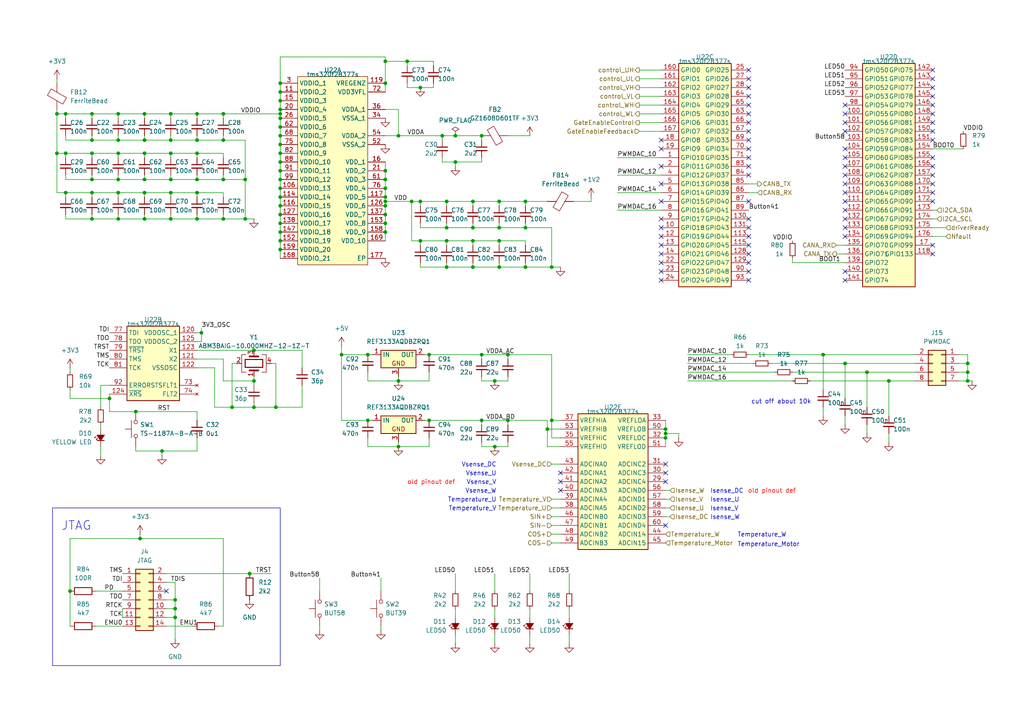
<source format=kicad_sch>
(kicad_sch (version 20231120) (generator "eeschema") (generator_version "8.0")
  (paper "A4")
  (title_block (title "INV_MainBoard_TI") (date "2025-02-28") (rev "1.3") (company "NTURacing Team") (comment 1 "郭哲明 Jack Kuo") (comment 2 "Powertrain Group"))
  (junction (at 81.28 69.85))
  (junction (at 111.76 59.69))
  (junction (at 49.53 33.02))
  (junction (at 124.46 102.87))
  (junction (at 41.91 44.45))
  (junction (at 64.77 52.07))
  (junction (at 129.54 77.47))
  (junction (at 81.28 72.39))
  (junction (at 152.4 77.47))
  (junction (at 132.08 46.99))
  (junction (at 81.28 49.53))
  (junction (at 64.77 63.5))
  (junction (at 139.7 102.87))
  (junction (at 160.02 121.92))
  (junction (at 34.29 55.88))
  (junction (at 19.05 55.88))
  (junction (at 111.76 67.31))
  (junction (at 137.16 69.85))
  (junction (at 128.27 39.37))
  (junction (at 26.67 33.02))
  (junction (at 64.77 40.64))
  (junction (at 280.67 105.41))
  (junction (at 137.16 66.04))
  (junction (at 111.76 64.77))
  (junction (at 257.81 110.49))
  (junction (at 124.46 121.92))
  (junction (at 73.66 110.49))
  (junction (at 121.92 69.85))
  (junction (at 41.91 33.02))
  (junction (at 41.91 63.5))
  (junction (at 50.8 176.53))
  (junction (at 99.06 102.87))
  (junction (at 111.76 52.07))
  (junction (at 81.28 59.69))
  (junction (at 111.76 17.78))
  (junction (at 26.67 52.07))
  (junction (at 137.16 58.42))
  (junction (at 49.53 63.5))
  (junction (at 111.76 49.53))
  (junction (at 26.67 55.88))
  (junction (at 81.28 26.67))
  (junction (at 111.76 54.61))
  (junction (at 143.51 110.49))
  (junction (at 49.53 40.64))
  (junction (at 280.67 110.49))
  (junction (at 34.29 33.02))
  (junction (at 245.11 105.41))
  (junction (at 26.67 44.45))
  (junction (at 111.76 58.42))
  (junction (at 137.16 77.47))
  (junction (at 152.4 58.42))
  (junction (at 129.54 69.85))
  (junction (at 41.91 40.64))
  (junction (at 40.64 156.21))
  (junction (at 144.78 66.04))
  (junction (at 118.11 17.78))
  (junction (at 193.04 124.46))
  (junction (at 81.28 44.45))
  (junction (at 57.15 44.45))
  (junction (at 111.76 62.23))
  (junction (at 81.28 64.77))
  (junction (at 129.54 58.42))
  (junction (at 81.28 41.91))
  (junction (at 57.15 40.64))
  (junction (at 81.28 34.29))
  (junction (at 81.28 29.21))
  (junction (at 57.15 52.07))
  (junction (at 132.08 39.37))
  (junction (at 81.28 36.83))
  (junction (at 129.54 66.04))
  (junction (at 106.68 102.87))
  (junction (at 39.37 119.38))
  (junction (at 115.57 129.54))
  (junction (at 115.57 39.37))
  (junction (at 119.38 58.42))
  (junction (at 71.12 63.5))
  (junction (at 26.67 63.5))
  (junction (at 20.32 171.45))
  (junction (at 143.51 129.54))
  (junction (at 81.28 54.61))
  (junction (at 160.02 77.47))
  (junction (at 19.05 33.02))
  (junction (at 81.28 39.37))
  (junction (at 73.66 118.11))
  (junction (at 106.68 121.92))
  (junction (at 34.29 44.45))
  (junction (at 71.12 52.07))
  (junction (at 34.29 52.07))
  (junction (at 144.78 77.47))
  (junction (at 34.29 63.5))
  (junction (at 152.4 66.04))
  (junction (at 193.04 125.73))
  (junction (at 147.32 102.87))
  (junction (at 280.67 107.95))
  (junction (at 81.28 62.23))
  (junction (at 41.91 55.88))
  (junction (at 193.04 127))
  (junction (at 139.7 121.92))
  (junction (at 49.53 55.88))
  (junction (at 67.31 118.11))
  (junction (at 31.75 115.57))
  (junction (at 50.8 179.07))
  (junction (at 144.78 58.42))
  (junction (at 64.77 33.02))
  (junction (at 49.53 44.45))
  (junction (at 49.53 52.07))
  (junction (at 41.91 52.07))
  (junction (at 19.05 44.45))
  (junction (at 50.8 173.99))
  (junction (at 72.39 166.37))
  (junction (at 58.42 96.52))
  (junction (at 73.66 101.6))
  (junction (at 139.7 39.37))
  (junction (at 144.78 69.85))
  (junction (at 81.28 33.02))
  (junction (at 115.57 110.49))
  (junction (at 81.28 46.99))
  (junction (at 16.51 44.45))
  (junction (at 34.29 40.64))
  (junction (at 81.28 31.75))
  (junction (at 81.28 67.31))
  (junction (at 111.76 24.13))
  (junction (at 57.15 55.88))
  (junction (at 158.75 124.46))
  (junction (at 81.28 24.13))
  (junction (at 81.28 52.07))
  (junction (at 81.28 57.15))
  (junction (at 121.92 25.4))
  (junction (at 16.51 33.02))
  (junction (at 80.01 118.11))
  (junction (at 26.67 40.64))
  (junction (at 111.76 57.15))
  (junction (at 147.32 121.92))
  (junction (at 57.15 33.02))
  (junction (at 251.46 107.95))
  (junction (at 57.15 63.5))
  (junction (at 238.76 102.87))
  (junction (at 46.99 130.81))
  (junction (at 121.92 58.42))
  (no_connect (at 245.11 35.56))
  (no_connect (at 217.17 33.02))
  (no_connect (at 48.26 171.45))
  (no_connect (at 191.77 58.42))
  (no_connect (at 245.11 60.96))
  (no_connect (at 191.77 71.12))
  (no_connect (at 162.56 137.16))
  (no_connect (at 270.51 35.56))
  (no_connect (at 270.51 48.26))
  (no_connect (at 270.51 30.48))
  (no_connect (at 270.51 55.88))
  (no_connect (at 245.11 43.18))
  (no_connect (at 217.17 22.86))
  (no_connect (at 191.77 66.04))
  (no_connect (at 270.51 50.8))
  (no_connect (at 270.51 33.02))
  (no_connect (at 217.17 76.2))
  (no_connect (at 217.17 81.28))
  (no_connect (at 245.11 38.1))
  (no_connect (at 217.17 27.94))
  (no_connect (at 191.77 68.58))
  (no_connect (at 191.77 78.74))
  (no_connect (at 245.11 55.88))
  (no_connect (at 270.51 53.34))
  (no_connect (at 162.56 142.24))
  (no_connect (at 217.17 43.18))
  (no_connect (at 245.11 63.5))
  (no_connect (at 217.17 20.32))
  (no_connect (at 245.11 33.02))
  (no_connect (at 270.51 20.32))
  (no_connect (at 245.11 58.42))
  (no_connect (at 245.11 50.8))
  (no_connect (at 191.77 73.66))
  (no_connect (at 162.56 139.7))
  (no_connect (at 270.51 25.4))
  (no_connect (at 245.11 78.74))
  (no_connect (at 270.51 71.12))
  (no_connect (at 217.17 38.1))
  (no_connect (at 191.77 48.26))
  (no_connect (at 191.77 40.64))
  (no_connect (at 217.17 73.66))
  (no_connect (at 217.17 68.58))
  (no_connect (at 217.17 30.48))
  (no_connect (at 245.11 30.48))
  (no_connect (at 270.51 45.72))
  (no_connect (at 193.04 139.7))
  (no_connect (at 217.17 35.56))
  (no_connect (at 191.77 81.28))
  (no_connect (at 270.51 38.1))
  (no_connect (at 217.17 78.74))
  (no_connect (at 193.04 152.4))
  (no_connect (at 270.51 27.94))
  (no_connect (at 217.17 66.04))
  (no_connect (at 193.04 137.16))
  (no_connect (at 245.11 81.28))
  (no_connect (at 217.17 40.64))
  (no_connect (at 193.04 134.62))
  (no_connect (at 191.77 53.34))
  (no_connect (at 217.17 25.4))
  (no_connect (at 217.17 71.12))
  (no_connect (at 270.51 58.42))
  (no_connect (at 270.51 73.66))
  (no_connect (at 191.77 63.5))
  (no_connect (at 245.11 53.34))
  (no_connect (at 245.11 66.04))
  (no_connect (at 245.11 45.72))
  (no_connect (at 245.11 68.58))
  (no_connect (at 270.51 40.64))
  (no_connect (at 191.77 76.2))
  (no_connect (at 217.17 45.72))
  (no_connect (at 217.17 50.8))
  (no_connect (at 217.17 48.26))
  (no_connect (at 217.17 63.5))
  (no_connect (at 217.17 58.42))
  (no_connect (at 245.11 48.26))
  (no_connect (at 191.77 43.18))
  (no_connect (at 270.51 22.86))
  (wire (pts (xy 49.53 55.88) (xy 57.15 55.88)))
  (wire (pts (xy 158.75 124.46) (xy 158.75 129.54)))
  (wire (pts (xy 73.66 111.76) (xy 73.66 110.49)))
  (wire (pts (xy 50.8 179.07) (xy 50.8 185.42)))
  (wire (pts (xy 111.76 17.78) (xy 111.76 24.13)))
  (wire (pts (xy 129.54 59.69) (xy 129.54 58.42)))
  (wire (pts (xy 49.53 52.07) (xy 49.53 50.8)))
  (wire (pts (xy 49.53 34.29) (xy 49.53 33.02)))
  (wire (pts (xy 80.01 118.11) (xy 73.66 118.11)))
  (wire (pts (xy 111.76 49.53) (xy 111.76 52.07)))
  (wire (pts (xy 139.7 129.54) (xy 139.7 128.27)))
  (wire (pts (xy 132.08 171.45) (xy 132.08 166.37)))
  (wire (pts (xy 71.12 63.5) (xy 64.77 63.5)))
  (wire (pts (xy 81.28 31.75) (xy 81.28 29.21)))
  (wire (pts (xy 64.77 104.14) (xy 64.77 110.49)))
  (wire (pts (xy 80.01 105.41) (xy 80.01 118.11)))
  (wire (pts (xy 191.77 25.4) (xy 185.42 25.4)))
  (wire (pts (xy 165.1 184.15) (xy 165.1 186.69)))
  (wire (pts (xy 143.51 184.15) (xy 143.51 186.69)))
  (wire (pts (xy 251.46 125.73) (xy 251.46 123.19)))
  (wire (pts (xy 48.26 166.37) (xy 72.39 166.37)))
  (wire (pts (xy 280.67 107.95) (xy 278.13 107.95)))
  (wire (pts (xy 111.76 67.31) (xy 111.76 69.85)))
  (wire (pts (xy 81.28 46.99) (xy 81.28 49.53)))
  (wire (pts (xy 57.15 63.5) (xy 57.15 62.23)))
  (wire (pts (xy 191.77 30.48) (xy 185.42 30.48)))
  (wire (pts (xy 160.02 127) (xy 160.02 121.92)))
  (wire (pts (xy 193.04 127) (xy 193.04 129.54)))
  (wire (pts (xy 111.76 39.37) (xy 115.57 39.37)))
  (wire (pts (xy 160.02 134.62) (xy 162.56 134.62)))
  (wire (pts (xy 129.54 71.12) (xy 129.54 69.85)))
  (wire (pts (xy 67.31 105.41) (xy 67.31 118.11)))
  (wire (pts (xy 121.92 25.4) (xy 125.73 25.4)))
  (wire (pts (xy 153.67 171.45) (xy 153.67 166.37)))
  (wire (pts (xy 111.76 16.51) (xy 81.28 16.51)))
  (wire (pts (xy 139.7 121.92) (xy 147.32 121.92)))
  (wire (pts (xy 139.7 104.14) (xy 139.7 102.87)))
  (wire (pts (xy 179.07 60.96) (xy 191.77 60.96)))
  (wire (pts (xy 57.15 52.07) (xy 57.15 50.8)))
  (wire (pts (xy 118.11 19.05) (xy 118.11 17.78)))
  (wire (pts (xy 49.53 40.64) (xy 49.53 39.37)))
  (wire (pts (xy 196.85 125.73) (xy 193.04 125.73)))
  (wire (pts (xy 48.26 181.61) (xy 55.88 181.61)))
  (wire (pts (xy 34.29 57.15) (xy 34.29 55.88)))
  (wire (pts (xy 137.16 58.42) (xy 144.78 58.42)))
  (wire (pts (xy 41.91 45.72) (xy 41.91 44.45)))
  (wire (pts (xy 160.02 157.48) (xy 162.56 157.48)))
  (wire (pts (xy 115.57 129.54) (xy 115.57 128.27)))
  (wire (pts (xy 41.91 33.02) (xy 49.53 33.02)))
  (wire (pts (xy 34.29 40.64) (xy 41.91 40.64)))
  (wire (pts (xy 58.42 95.25) (xy 58.42 96.52)))
  (wire (pts (xy 81.28 62.23) (xy 81.28 64.77)))
  (wire (pts (xy 34.29 45.72) (xy 34.29 44.45)))
  (wire (pts (xy 31.75 115.57) (xy 31.75 114.3)))
  (wire (pts (xy 19.05 52.07) (xy 26.67 52.07)))
  (wire (pts (xy 106.68 127) (xy 106.68 129.54)))
  (wire (pts (xy 193.04 121.92) (xy 193.04 124.46)))
  (wire (pts (xy 118.11 25.4) (xy 118.11 24.13)))
  (wire (pts (xy 57.15 52.07) (xy 64.77 52.07)))
  (wire (pts (xy 270.51 66.04) (xy 274.32 66.04)))
  (wire (pts (xy 280.67 110.49) (xy 278.13 110.49)))
  (wire (pts (xy 191.77 27.94) (xy 185.42 27.94)))
  (wire (pts (xy 99.06 121.92) (xy 99.06 102.87)))
  (wire (pts (xy 153.67 176.53) (xy 153.67 179.07)))
  (wire (pts (xy 20.32 113.03) (xy 20.32 115.57)))
  (wire (pts (xy 19.05 52.07) (xy 19.05 50.8)))
  (wire (pts (xy 26.67 55.88) (xy 19.05 55.88)))
  (wire (pts (xy 265.43 110.49) (xy 257.81 110.49)))
  (wire (pts (xy 26.67 34.29) (xy 26.67 33.02)))
  (wire (pts (xy 219.71 53.34) (xy 217.17 53.34)))
  (wire (pts (xy 41.91 40.64) (xy 49.53 40.64)))
  (wire (pts (xy 137.16 69.85) (xy 144.78 69.85)))
  (wire (pts (xy 128.27 39.37) (xy 132.08 39.37)))
  (wire (pts (xy 19.05 44.45) (xy 16.51 44.45)))
  (wire (pts (xy 144.78 66.04) (xy 152.4 66.04)))
  (wire (pts (xy 119.38 58.42) (xy 119.38 69.85)))
  (wire (pts (xy 48.26 173.99) (xy 50.8 173.99)))
  (wire (pts (xy 57.15 106.68) (xy 62.23 106.68)))
  (wire (pts (xy 73.66 101.6) (xy 87.63 101.6)))
  (wire (pts (xy 121.92 71.12) (xy 121.92 69.85)))
  (wire (pts (xy 106.68 129.54) (xy 115.57 129.54)))
  (wire (pts (xy 57.15 57.15) (xy 57.15 55.88)))
  (wire (pts (xy 121.92 66.04) (xy 129.54 66.04)))
  (wire (pts (xy 110.49 167.64) (xy 110.49 171.45)))
  (wire (pts (xy 81.28 34.29) (xy 81.28 36.83)))
  (wire (pts (xy 115.57 129.54) (xy 124.46 129.54)))
  (wire (pts (xy 20.32 181.61) (xy 20.32 171.45)))
  (wire (pts (xy 41.91 34.29) (xy 41.91 33.02)))
  (wire (pts (xy 34.29 55.88) (xy 41.91 55.88)))
  (wire (pts (xy 111.76 62.23) (xy 111.76 64.77)))
  (wire (pts (xy 31.75 119.38) (xy 39.37 119.38)))
  (wire (pts (xy 242.57 73.66) (xy 245.11 73.66)))
  (wire (pts (xy 19.05 55.88) (xy 16.51 55.88)))
  (wire (pts (xy 165.1 176.53) (xy 165.1 179.07)))
  (wire (pts (xy 160.02 152.4) (xy 162.56 152.4)))
  (wire (pts (xy 29.21 111.76) (xy 31.75 111.76)))
  (wire (pts (xy 147.32 129.54) (xy 147.32 128.27)))
  (wire (pts (xy 280.67 105.41) (xy 278.13 105.41)))
  (wire (pts (xy 162.56 124.46) (xy 158.75 124.46)))
  (wire (pts (xy 147.32 121.92) (xy 147.32 123.19)))
  (wire (pts (xy 132.08 46.99) (xy 139.7 46.99)))
  (wire (pts (xy 34.29 52.07) (xy 41.91 52.07)))
  (wire (pts (xy 115.57 110.49) (xy 115.57 109.22)))
  (wire (pts (xy 121.92 77.47) (xy 121.92 76.2)))
  (wire (pts (xy 81.28 41.91) (xy 81.28 44.45)))
  (wire (pts (xy 125.73 25.4) (xy 125.73 24.13)))
  (wire (pts (xy 139.7 121.92) (xy 139.7 123.19)))
  (wire (pts (xy 57.15 55.88) (xy 64.77 55.88)))
  (wire (pts (xy 16.51 31.75) (xy 16.51 33.02)))
  (wire (pts (xy 147.32 121.92) (xy 158.75 121.92)))
  (wire (pts (xy 87.63 118.11) (xy 80.01 118.11)))
  (wire (pts (xy 160.02 66.04) (xy 160.02 77.47)))
  (wire (pts (xy 99.06 102.87) (xy 106.68 102.87)))
  (wire (pts (xy 162.56 127) (xy 160.02 127)))
  (wire (pts (xy 19.05 57.15) (xy 19.05 55.88)))
  (wire (pts (xy 128.27 46.99) (xy 132.08 46.99)))
  (wire (pts (xy 48.26 179.07) (xy 50.8 179.07)))
  (wire (pts (xy 57.15 45.72) (xy 57.15 44.45)))
  (wire (pts (xy 110.49 182.88) (xy 110.49 181.61)))
  (wire (pts (xy 165.1 171.45) (xy 165.1 166.37)))
  (wire (pts (xy 132.08 176.53) (xy 132.08 179.07)))
  (wire (pts (xy 26.67 33.02) (xy 34.29 33.02)))
  (wire (pts (xy 229.87 76.2) (xy 245.11 76.2)))
  (wire (pts (xy 129.54 66.04) (xy 129.54 64.77)))
  (wire (pts (xy 242.57 71.12) (xy 245.11 71.12)))
  (wire (pts (xy 111.76 54.61) (xy 111.76 57.15)))
  (wire (pts (xy 73.66 118.11) (xy 73.66 116.84)))
  (wire (pts (xy 49.53 44.45) (xy 57.15 44.45)))
  (wire (pts (xy 115.57 110.49) (xy 124.46 110.49)))
  (wire (pts (xy 71.12 40.64) (xy 64.77 40.64)))
  (wire (pts (xy 111.76 59.69) (xy 111.76 62.23)))
  (wire (pts (xy 245.11 105.41) (xy 245.11 115.57)))
  (wire (pts (xy 144.78 71.12) (xy 144.78 69.85)))
  (wire (pts (xy 121.92 66.04) (xy 121.92 64.77)))
  (wire (pts (xy 238.76 120.65) (xy 238.76 118.11)))
  (wire (pts (xy 26.67 33.02) (xy 19.05 33.02)))
  (wire (pts (xy 34.29 63.5) (xy 34.29 62.23)))
  (wire (pts (xy 121.92 59.69) (xy 121.92 58.42)))
  (wire (pts (xy 41.91 52.07) (xy 49.53 52.07)))
  (wire (pts (xy 137.16 69.85) (xy 129.54 69.85)))
  (wire (pts (xy 34.29 52.07) (xy 34.29 50.8)))
  (wire (pts (xy 171.45 57.15) (xy 171.45 58.42)))
  (wire (pts (xy 99.06 100.33) (xy 99.06 102.87)))
  (wire (pts (xy 39.37 129.54) (xy 39.37 130.81)))
  (wire (pts (xy 147.32 110.49) (xy 143.51 110.49)))
  (wire (pts (xy 34.29 63.5) (xy 41.91 63.5)))
  (wire (pts (xy 35.56 179.07) (xy 35.56 176.53)))
  (wire (pts (xy 119.38 69.85) (xy 121.92 69.85)))
  (wire (pts (xy 139.7 102.87) (xy 147.32 102.87)))
  (wire (pts (xy 57.15 44.45) (xy 64.77 44.45)))
  (wire (pts (xy 57.15 40.64) (xy 57.15 39.37)))
  (wire (pts (xy 111.76 26.67) (xy 111.76 24.13)))
  (wire (pts (xy 67.31 105.41) (xy 68.58 105.41)))
  (wire (pts (xy 124.46 102.87) (xy 139.7 102.87)))
  (wire (pts (xy 129.54 77.47) (xy 129.54 76.2)))
  (wire (pts (xy 71.12 52.07) (xy 71.12 40.64)))
  (wire (pts (xy 118.11 25.4) (xy 121.92 25.4)))
  (wire (pts (xy 147.32 110.49) (xy 147.32 109.22)))
  (wire (pts (xy 194.31 147.32) (xy 193.04 147.32)))
  (wire (pts (xy 20.32 171.45) (xy 20.32 156.21)))
  (wire (pts (xy 111.76 57.15) (xy 111.76 58.42)))
  (wire (pts (xy 137.16 66.04) (xy 137.16 64.77)))
  (wire (pts (xy 58.42 96.52) (xy 57.15 96.52)))
  (wire (pts (xy 111.76 64.77) (xy 111.76 67.31)))
  (wire (pts (xy 19.05 63.5) (xy 19.05 62.23)))
  (wire (pts (xy 129.54 77.47) (xy 137.16 77.47)))
  (wire (pts (xy 87.63 106.68) (xy 87.63 101.6)))
  (wire (pts (xy 106.68 107.95) (xy 106.68 110.49)))
  (wire (pts (xy 137.16 77.47) (xy 137.16 76.2)))
  (wire (pts (xy 27.94 181.61) (xy 35.56 181.61)))
  (wire (pts (xy 26.67 52.07) (xy 34.29 52.07)))
  (wire (pts (xy 280.67 102.87) (xy 278.13 102.87)))
  (wire (pts (xy 26.67 40.64) (xy 26.67 39.37)))
  (wire (pts (xy 270.51 68.58) (xy 274.32 68.58)))
  (wire (pts (xy 50.8 176.53) (xy 50.8 179.07)))
  (wire (pts (xy 57.15 104.14) (xy 64.77 104.14)))
  (wire (pts (xy 49.53 45.72) (xy 49.53 44.45)))
  (wire (pts (xy 64.77 33.02) (xy 81.28 33.02)))
  (wire (pts (xy 119.38 58.42) (xy 121.92 58.42)))
  (wire (pts (xy 121.92 69.85) (xy 129.54 69.85)))
  (wire (pts (xy 199.39 105.41) (xy 218.44 105.41)))
  (wire (pts (xy 73.66 63.5) (xy 71.12 63.5)))
  (wire (pts (xy 57.15 130.81) (xy 46.99 130.81)))
  (wire (pts (xy 217.17 102.87) (xy 238.76 102.87)))
  (wire (pts (xy 57.15 99.06) (xy 58.42 99.06)))
  (wire (pts (xy 128.27 45.72) (xy 128.27 46.99)))
  (wire (pts (xy 34.29 40.64) (xy 34.29 39.37)))
  (wire (pts (xy 152.4 77.47) (xy 144.78 77.47)))
  (wire (pts (xy 49.53 33.02) (xy 57.15 33.02)))
  (wire (pts (xy 92.71 167.64) (xy 92.71 171.45)))
  (wire (pts (xy 111.76 58.42) (xy 111.76 59.69)))
  (wire (pts (xy 191.77 35.56) (xy 185.42 35.56)))
  (wire (pts (xy 62.23 106.68) (xy 62.23 118.11)))
  (wire (pts (xy 111.76 46.99) (xy 111.76 49.53)))
  (wire (pts (xy 81.28 24.13) (xy 81.28 26.67)))
  (wire (pts (xy 106.68 121.92) (xy 99.06 121.92)))
  (wire (pts (xy 26.67 44.45) (xy 34.29 44.45)))
  (wire (pts (xy 196.85 127) (xy 196.85 125.73)))
  (wire (pts (xy 194.31 142.24) (xy 193.04 142.24)))
  (wire (pts (xy 139.7 110.49) (xy 139.7 109.22)))
  (wire (pts (xy 144.78 69.85) (xy 152.4 69.85)))
  (wire (pts (xy 152.4 71.12) (xy 152.4 69.85)))
  (wire (pts (xy 31.75 119.38) (xy 31.75 115.57)))
  (wire (pts (xy 191.77 33.02) (xy 185.42 33.02)))
  (wire (pts (xy 257.81 110.49) (xy 234.95 110.49)))
  (wire (pts (xy 280.67 102.87) (xy 280.67 105.41)))
  (wire (pts (xy 160.02 102.87) (xy 160.02 121.92)))
  (wire (pts (xy 191.77 20.32) (xy 185.42 20.32)))
  (wire (pts (xy 64.77 181.61) (xy 63.5 181.61)))
  (wire (pts (xy 16.51 44.45) (xy 16.51 55.88)))
  (wire (pts (xy 64.77 52.07) (xy 64.77 50.8)))
  (wire (pts (xy 158.75 121.92) (xy 158.75 124.46)))
  (wire (pts (xy 152.4 59.69) (xy 152.4 58.42)))
  (wire (pts (xy 115.57 31.75) (xy 115.57 39.37)))
  (wire (pts (xy 152.4 66.04) (xy 160.02 66.04)))
  (wire (pts (xy 245.11 105.41) (xy 265.43 105.41)))
  (wire (pts (xy 64.77 40.64) (xy 64.77 39.37)))
  (wire (pts (xy 162.56 77.47) (xy 160.02 77.47)))
  (wire (pts (xy 41.91 40.64) (xy 41.91 39.37)))
  (wire (pts (xy 57.15 63.5) (xy 64.77 63.5)))
  (wire (pts (xy 143.51 176.53) (xy 143.51 179.07)))
  (wire (pts (xy 26.67 63.5) (xy 34.29 63.5)))
  (wire (pts (xy 106.68 110.49) (xy 115.57 110.49)))
  (wire (pts (xy 81.28 72.39) (xy 81.28 74.93)))
  (wire (pts (xy 20.32 106.68) (xy 20.32 107.95)))
  (wire (pts (xy 179.07 55.88) (xy 191.77 55.88)))
  (wire (pts (xy 57.15 127) (xy 57.15 130.81)))
  (wire (pts (xy 128.27 39.37) (xy 128.27 40.64)))
  (wire (pts (xy 26.67 63.5) (xy 26.67 62.23)))
  (wire (pts (xy 81.28 64.77) (xy 81.28 67.31)))
  (wire (pts (xy 193.04 125.73) (xy 193.04 127)))
  (wire (pts (xy 50.8 168.91) (xy 50.8 173.99)))
  (wire (pts (xy 46.99 130.81) (xy 46.99 132.08)))
  (wire (pts (xy 26.67 40.64) (xy 34.29 40.64)))
  (wire (pts (xy 16.51 24.13) (xy 16.51 22.86)))
  (wire (pts (xy 238.76 102.87) (xy 265.43 102.87)))
  (wire (pts (xy 137.16 59.69) (xy 137.16 58.42)))
  (wire (pts (xy 147.32 102.87) (xy 160.02 102.87)))
  (wire (pts (xy 123.19 121.92) (xy 124.46 121.92)))
  (wire (pts (xy 29.21 129.54) (xy 29.21 132.08)))
  (wire (pts (xy 171.45 58.42) (xy 166.37 58.42)))
  (wire (pts (xy 41.91 63.5) (xy 41.91 62.23)))
  (wire (pts (xy 40.64 156.21) (xy 64.77 156.21)))
  (wire (pts (xy 81.28 69.85) (xy 81.28 72.39)))
  (wire (pts (xy 137.16 71.12) (xy 137.16 69.85)))
  (wire (pts (xy 279.4 43.18) (xy 270.51 43.18)))
  (wire (pts (xy 49.53 57.15) (xy 49.53 55.88)))
  (wire (pts (xy 49.53 52.07) (xy 57.15 52.07)))
  (wire (pts (xy 280.67 107.95) (xy 280.67 110.49)))
  (wire (pts (xy 64.77 57.15) (xy 64.77 55.88)))
  (wire (pts (xy 199.39 110.49) (xy 229.87 110.49)))
  (wire (pts (xy 48.26 168.91) (xy 50.8 168.91)))
  (wire (pts (xy 71.12 52.07) (xy 71.12 63.5)))
  (wire (pts (xy 81.28 54.61) (xy 81.28 57.15)))
  (wire (pts (xy 125.73 19.05) (xy 125.73 17.78)))
  (wire (pts (xy 64.77 63.5) (xy 64.77 62.23)))
  (wire (pts (xy 160.02 147.32) (xy 162.56 147.32)))
  (wire (pts (xy 147.32 102.87) (xy 147.32 104.14)))
  (wire (pts (xy 57.15 34.29) (xy 57.15 33.02)))
  (wire (pts (xy 73.66 109.22) (xy 73.66 110.49)))
  (wire (pts (xy 73.66 101.6) (xy 57.15 101.6)))
  (wire (pts (xy 121.92 77.47) (xy 129.54 77.47)))
  (wire (pts (xy 124.46 121.92) (xy 139.7 121.92)))
  (wire (pts (xy 223.52 105.41) (xy 245.11 105.41)))
  (wire (pts (xy 71.12 52.07) (xy 64.77 52.07)))
  (wire (pts (xy 19.05 63.5) (xy 26.67 63.5)))
  (wire (pts (xy 64.77 110.49) (xy 73.66 110.49)))
  (wire (pts (xy 219.71 55.88) (xy 217.17 55.88)))
  (wire (pts (xy 271.78 60.96) (xy 270.51 60.96)))
  (wire (pts (xy 62.23 118.11) (xy 67.31 118.11)))
  (wire (pts (xy 191.77 38.1) (xy 185.42 38.1)))
  (wire (pts (xy 257.81 110.49) (xy 257.81 120.65)))
  (wire (pts (xy 58.42 96.52) (xy 58.42 99.06)))
  (wire (pts (xy 26.67 55.88) (xy 34.29 55.88)))
  (wire (pts (xy 34.29 44.45) (xy 41.91 44.45)))
  (wire (pts (xy 160.02 121.92) (xy 162.56 121.92)))
  (wire (pts (xy 81.28 39.37) (xy 81.28 41.91)))
  (wire (pts (xy 41.91 52.07) (xy 41.91 50.8)))
  (wire (pts (xy 179.07 50.8) (xy 191.77 50.8)))
  (wire (pts (xy 160.02 154.94) (xy 162.56 154.94)))
  (wire (pts (xy 111.76 17.78) (xy 111.76 16.51)))
  (wire (pts (xy 81.28 57.15) (xy 81.28 59.69)))
  (wire (pts (xy 238.76 102.87) (xy 238.76 113.03)))
  (wire (pts (xy 111.76 52.07) (xy 111.76 54.61)))
  (wire (pts (xy 152.4 58.42) (xy 158.75 58.42)))
  (wire (pts (xy 111.76 31.75) (xy 115.57 31.75)))
  (wire (pts (xy 111.76 17.78) (xy 118.11 17.78)))
  (wire (pts (xy 41.91 63.5) (xy 49.53 63.5)))
  (wire (pts (xy 160.02 144.78) (xy 162.56 144.78)))
  (wire (pts (xy 81.28 26.67) (xy 81.28 29.21)))
  (wire (pts (xy 199.39 107.95) (xy 224.79 107.95)))
  (wire (pts (xy 193.04 124.46) (xy 193.04 125.73)))
  (wire (pts (xy 121.92 58.42) (xy 129.54 58.42)))
  (wire (pts (xy 81.28 52.07) (xy 81.28 54.61)))
  (wire (pts (xy 39.37 119.38) (xy 57.15 119.38)))
  (wire (pts (xy 49.53 40.64) (xy 57.15 40.64)))
  (wire (pts (xy 57.15 121.92) (xy 57.15 119.38)))
  (wire (pts (xy 48.26 176.53) (xy 50.8 176.53)))
  (wire (pts (xy 129.54 58.42) (xy 137.16 58.42)))
  (wire (pts (xy 57.15 40.64) (xy 64.77 40.64)))
  (wire (pts (xy 245.11 123.19) (xy 245.11 120.65)))
  (wire (pts (xy 64.77 181.61) (xy 64.77 156.21)))
  (wire (pts (xy 115.57 39.37) (xy 128.27 39.37)))
  (wire (pts (xy 257.81 128.27) (xy 257.81 125.73)))
  (wire (pts (xy 281.94 110.49) (xy 280.67 110.49)))
  (wire (pts (xy 80.01 105.41) (xy 78.74 105.41)))
  (wire (pts (xy 251.46 107.95) (xy 251.46 118.11)))
  (wire (pts (xy 179.07 45.72) (xy 191.77 45.72)))
  (wire (pts (xy 81.28 49.53) (xy 81.28 52.07)))
  (wire (pts (xy 19.05 40.64) (xy 26.67 40.64)))
  (wire (pts (xy 139.7 40.64) (xy 139.7 39.37)))
  (wire (pts (xy 81.28 36.83) (xy 81.28 39.37)))
  (wire (pts (xy 143.51 129.54) (xy 139.7 129.54)))
  (wire (pts (xy 19.05 40.64) (xy 19.05 39.37)))
  (wire (pts (xy 41.91 57.15) (xy 41.91 55.88)))
  (wire (pts (xy 81.28 33.02) (xy 81.28 31.75)))
  (wire (pts (xy 29.21 123.19) (xy 29.21 124.46)))
  (wire (pts (xy 229.87 107.95) (xy 251.46 107.95)))
  (wire (pts (xy 106.68 121.92) (xy 107.95 121.92)))
  (wire (pts (xy 194.31 144.78) (xy 193.04 144.78)))
  (wire (pts (xy 191.77 22.86) (xy 185.42 22.86)))
  (wire (pts (xy 19.05 33.02) (xy 16.51 33.02)))
  (wire (pts (xy 41.91 55.88) (xy 49.53 55.88)))
  (wire (pts (xy 19.05 34.29) (xy 19.05 33.02)))
  (wire (pts (xy 50.8 173.99) (xy 50.8 176.53)))
  (wire (pts (xy 147.32 129.54) (xy 143.51 129.54)))
  (wire (pts (xy 139.7 46.99) (xy 139.7 45.72)))
  (wire (pts (xy 111.76 58.42) (xy 119.38 58.42)))
  (wire (pts (xy 34.29 33.02) (xy 41.91 33.02)))
  (wire (pts (xy 129.54 66.04) (xy 137.16 66.04)))
  (wire (pts (xy 64.77 34.29) (xy 64.77 33.02)))
  (wire (pts (xy 124.46 110.49) (xy 124.46 107.95)))
  (wire (pts (xy 160.02 149.86) (xy 162.56 149.86)))
  (wire (pts (xy 81.28 33.02) (xy 81.28 34.29)))
  (wire (pts (xy 124.46 129.54) (xy 124.46 127)))
  (wire (pts (xy 41.91 44.45) (xy 49.53 44.45)))
  (wire (pts (xy 137.16 77.47) (xy 144.78 77.47)))
  (wire (pts (xy 229.87 76.2) (xy 229.87 74.93)))
  (wire (pts (xy 143.51 171.45) (xy 143.51 166.37)))
  (wire (pts (xy 34.29 34.29) (xy 34.29 33.02)))
  (wire (pts (xy 26.67 45.72) (xy 26.67 44.45)))
  (wire (pts (xy 123.19 102.87) (xy 124.46 102.87)))
  (wire (pts (xy 19.05 45.72) (xy 19.05 44.45)))
  (wire (pts (xy 92.71 182.88) (xy 92.71 181.61)))
  (wire (pts (xy 160.02 77.47) (xy 152.4 77.47)))
  (wire (pts (xy 144.78 58.42) (xy 152.4 58.42)))
  (wire (pts (xy 144.78 59.69) (xy 144.78 58.42)))
  (wire (pts (xy 87.63 111.76) (xy 87.63 118.11)))
  (wire (pts (xy 153.67 184.15) (xy 153.67 186.69)))
  (wire (pts (xy 81.28 59.69) (xy 81.28 62.23)))
  (wire (pts (xy 81.28 44.45) (xy 81.28 46.99)))
  (wire (pts (xy 118.11 17.78) (xy 125.73 17.78)))
  (wire (pts (xy 137.16 66.04) (xy 144.78 66.04)))
  (wire (pts (xy 27.94 171.45) (xy 35.56 171.45)))
  (wire (pts (xy 72.39 166.37) (xy 78.74 166.37)))
  (wire (pts (xy 20.32 115.57) (xy 31.75 115.57)))
  (wire (pts (xy 132.08 184.15) (xy 132.08 186.69)))
  (wire (pts (xy 280.67 105.41) (xy 280.67 107.95)))
  (wire (pts (xy 49.53 63.5) (xy 57.15 63.5)))
  (wire (pts (xy 152.4 77.47) (xy 152.4 76.2)))
  (wire (pts (xy 81.28 16.51) (xy 81.28 24.13)))
  (wire (pts (xy 26.67 57.15) (xy 26.67 55.88)))
  (wire (pts (xy 20.32 156.21) (xy 40.64 156.21)))
  (wire (pts (xy 132.08 39.37) (xy 139.7 39.37)))
  (wire (pts (xy 40.64 154.94) (xy 40.64 156.21)))
  (wire (pts (xy 144.78 77.47) (xy 144.78 76.2)))
  (wire (pts (xy 199.39 102.87) (xy 212.09 102.87)))
  (wire (pts (xy 81.28 67.31) (xy 81.28 69.85)))
  (wire (pts (xy 251.46 107.95) (xy 265.43 107.95)))
  (wire (pts (xy 26.67 44.45) (xy 19.05 44.45)))
  (wire (pts (xy 39.37 130.81) (xy 46.99 130.81)))
  (wire (pts (xy 271.78 63.5) (xy 270.51 63.5)))
  (wire (pts (xy 147.32 39.37) (xy 153.67 39.37)))
  (wire (pts (xy 158.75 129.54) (xy 162.56 129.54)))
  (wire (pts (xy 194.31 149.86) (xy 193.04 149.86)))
  (wire (pts (xy 132.08 48.26) (xy 132.08 46.99)))
  (wire (pts (xy 16.51 33.02) (xy 16.51 44.45)))
  (wire (pts (xy 152.4 66.04) (xy 152.4 64.77)))
  (wire (pts (xy 49.53 63.5) (xy 49.53 62.23)))
  (wire (pts (xy 64.77 33.02) (xy 57.15 33.02)))
  (wire (pts (xy 143.51 110.49) (xy 139.7 110.49)))
  (wire (pts (xy 144.78 66.04) (xy 144.78 64.77)))
  (wire (pts (xy 106.68 102.87) (xy 107.95 102.87)))
  (wire (pts (xy 26.67 52.07) (xy 26.67 50.8)))
  (wire (pts (xy 67.31 118.11) (xy 73.66 118.11)))
  (wire (pts (xy 29.21 118.11) (xy 29.21 111.76)))
  (wire (pts (xy 64.77 45.72) (xy 64.77 44.45)))
  (rectangle (start 15.24 147.32) (end 81.28 193.04))
  (text "Temperature_V" (at 144.018 147.574 0) (effects (font (size 1.27 1.27)) (justify right)))
  (text "Temperature_U" (at 144.018 145.034 0) (effects (font (size 1.27 1.27)) (justify right)))
  (text "Isense_DC" (at 205.994 143.256 0) (effects (font (size 1.27 1.27)) (justify left bottom)))
  (text "Vsense_U" (at 144.018 137.414 0) (effects (font (size 1.27 1.27)) (justify right)))
  (text "Vsense_DC" (at 144.018 134.874 0) (effects (font (size 1.27 1.27)) (justify right)))
  (text "Vsense_V" (at 144.018 139.954 0) (effects (font (size 1.27 1.27)) (justify right)))
  (text "Isense_U" (at 205.994 145.796 0) (effects (font (size 1.27 1.27)) (justify left bottom)))
  (text "old pinout def" (at 230.886 142.494 0) (effects (font (size 1.27 1.27)) (justify right)))
  (text "cut off about 10k" (at 226.568 116.586 0) (effects (font (size 1.27 1.27))))
  (text "Vsense_W" (at 144.018 142.494 0) (effects (font (size 1.27 1.27)) (justify right)))
  (text "Isense_W" (at 205.994 150.876 0) (effects (font (size 1.27 1.27)) (justify left bottom)))
  (text "Temperature_W" (at 213.868 155.194 0) (effects (font (size 1.27 1.27)) (justify left)))
  (text "old pinout def" (at 132.08 139.954 0) (effects (font (size 1.27 1.27)) (justify right)))
  (text "JTAG" (at 17.78 151.13 0) (effects (font (size 2.54 2.54)) (justify left top)))
  (text "Isense_V" (at 205.994 148.336 0) (effects (font (size 1.27 1.27)) (justify left bottom)))
  (text "Temperature_Motor" (at 213.868 157.988 0) (effects (font (size 1.27 1.27)) (justify left)))
  (label "PWMDAC_12" (at 179.07 50.8 0))
  (label "VDDIO" (at 279.4 38.1 0))
  (label "LED53" (at 165.1 166.37 180))
  (label "TCK" (at 31.75 106.68 180))
  (label "VDDIO" (at 229.87 69.85 180))
  (label "PWMDAC_16" (at 179.07 60.96 0))
  (label "EMU1" (at 52.07 181.61 0))
  (label "LED50" (at 245.11 20.32 180))
  (label "EMU0" (at 35.56 181.61 180))
  (label "TDI" (at 31.75 96.52 180))
  (label "TDO" (at 35.56 173.99 180))
  (label "LED51" (at 245.11 22.86 180))
  (label "PWMDAC_14" (at 179.07 55.88 0))
  (label "LED52" (at 245.11 25.4 180))
  (label "TDI" (at 35.56 168.91 180))
  (label "BOOT0" (at 270.51 43.18 0))
  (label "TDIS" (at 49.53 168.91 0))
  (label "LED53" (at 245.11 27.94 180))
  (label "PWMDAC_16" (at 199.39 110.49 0))
  (label "PWMDAC_14" (at 199.39 107.95 0))
  (label "TRST" (at 78.74 166.37 180))
  (label "TRST" (at 31.75 101.6 180))
  (label "PD" (at 33.02 171.45 180))
  (label "VDDA_BD" (at 140.97 121.92 0))
  (label "TMS" (at 35.56 166.37 180))
  (label "TMS" (at 31.75 104.14 180))
  (label "VDDA_AC" (at 140.97 102.87 0))
  (label "PWMDAC_10" (at 199.39 102.87 0))
  (label "VDD" (at 114.3 58.42 0))
  (label "Button41" (at 217.17 60.96 0))
  (label "Button41" (at 110.49 167.64 180))
  (label "LED50" (at 132.08 166.37 180))
  (label "VDDA" (at 118.11 39.37 0))
  (label "LED52" (at 153.67 166.37 180))
  (label "VDDIO" (at 69.85 33.02 0))
  (label "TCK" (at 35.56 179.07 180))
  (label "BOOT1" (at 237.49 76.2 0))
  (label "TDO" (at 31.75 99.06 180))
  (label "RST" (at 45.72 119.38 0))
  (label "Button58" (at 245.11 40.64 180))
  (label "Button58" (at 92.71 167.64 180))
  (label "LED51" (at 143.51 166.37 180))
  (label "RTCK" (at 35.56 176.53 180))
  (label "PWMDAC_12" (at 199.39 105.41 0))
  (label "PWMDAC_10" (at 179.07 45.72 0))
  (label "3V3_OSC" (at 58.42 95.25 0))
  (hierarchical_label "SIN-" (shape input) (at 160.02 152.4 180))
  (hierarchical_label "COS+" (shape input) (at 160.02 154.94 180))
  (hierarchical_label "Isense_U" (shape input) (at 194.31 147.32 0))
  (hierarchical_label "Nfault" (shape input) (at 274.32 68.58 0))
  (hierarchical_label "CANB_TX" (shape output) (at 219.71 53.34 0))
  (hierarchical_label "control_UH" (shape output) (at 185.42 20.32 180))
  (hierarchical_label "Isense_DC" (shape input) (at 194.31 149.86 0))
  (hierarchical_label "control_UL" (shape output) (at 185.42 22.86 180))
  (hierarchical_label "Temperature_U" (shape input) (at 160.02 147.32 180))
  (hierarchical_label "I2CA_SDA" (shape input) (at 271.78 60.96 0))
  (hierarchical_label "control_WH" (shape output) (at 185.42 30.48 180))
  (hierarchical_label "Temperature_W" (shape input) (at 193.04 154.94 0))
  (hierarchical_label "CANB_RX" (shape input) (at 219.71 55.88 0))
  (hierarchical_label "driverReady" (shape input) (at 274.32 66.04 0))
  (hierarchical_label "GateEnableFeedback" (shape input) (at 185.42 38.1 180))
  (hierarchical_label "Isense_W" (shape input) (at 194.31 142.24 0))
  (hierarchical_label "Isense_V" (shape input) (at 194.31 144.78 0))
  (hierarchical_label "Temperature_V" (shape input) (at 160.02 144.78 180))
  (hierarchical_label "SIN+" (shape input) (at 160.02 149.86 180))
  (hierarchical_label "CANA_RX" (shape input) (at 242.57 71.12 180))
  (hierarchical_label "Vsense_DC" (shape input) (at 160.02 134.62 180))
  (hierarchical_label "I2CA_SCL" (shape input) (at 271.78 63.5 0))
  (hierarchical_label "Temperature_Motor" (shape input) (at 193.04 157.48 0))
  (hierarchical_label "control_WL" (shape output) (at 185.42 33.02 180))
  (hierarchical_label "control_VH" (shape output) (at 185.42 25.4 180))
  (hierarchical_label "CANA_TX" (shape output) (at 242.57 73.66 180))
  (hierarchical_label "control_VL" (shape output) (at 185.42 27.94 180))
  (hierarchical_label "COS-" (shape input) (at 160.02 157.48 180))
  (hierarchical_label "GateEnableControl" (shape output) (at 185.42 35.56 180))
  (symbol (lib_id "Device:C_Small") (at 144.78 73.66 0) (unit 1)
    (property "Reference" "C83" (at 146.05 72.39 0) (effects (justify left)))
    (property "Value" "100n" (at 146.05 74.93 0) (effects (justify left)))
    (property "Footprint" "Capacitor_SMD:C_0402_1005Metric" (effects (hide yes)))
    (property "Description" "Unpolarized capacitor, small symbol" (effects (hide yes)))
  )
  (symbol (lib_id "Switch:SW_Push") (at 92.71 176.53 90) (unit 1)
    (property "Reference" "SW3" (at 93.98 175.26 90) (effects (justify right)))
    (property "Value" "BUT58" (at 93.98 177.8 90) (effects (justify right)))
    (property "Footprint" "Button_Switch_SMD:SW_Tactile_SPST_NO_Straight_CK_PTS636Sx25SMTRLFS" (effects (hide yes)))
    (property "Description" "Push button switch, generic, two pins" (effects (hide yes)))
  )
  (symbol (lib_id "Device:C_Small") (at 128.27 43.18 0) (mirror y) (unit 1)
    (property "Reference" "C30" (at 127 41.91 0) (effects (justify left)))
    (property "Value" "2u2" (at 127 44.45 0) (effects (justify left)))
    (property "Footprint" "Capacitor_SMD:C_0402_1005Metric" (effects (hide yes)))
    (property "Description" "Unpolarized capacitor, small symbol" (effects (hide yes)))
  )
  (symbol (lib_id "Device:C_Small") (at 147.32 125.73 0) (mirror y) (unit 1)
    (property "Reference" "C89" (at 144.78 124.4663 0) (effects (justify left)))
    (property "Value" "22u" (at 144.78 127.0063 0) (effects (justify left)))
    (property "Footprint" "Capacitor_SMD:C_0805_2012Metric" (effects (hide yes)))
    (property "Description" "Unpolarized capacitor, small symbol" (effects (hide yes)))
  )
  (symbol (lib_id "Device:C_Small") (at 144.78 62.23 0) (unit 1)
    (property "Reference" "C78" (at 146.05 60.96 0) (effects (justify left)))
    (property "Value" "100n" (at 146.05 63.5 0) (effects (justify left)))
    (property "Footprint" "Capacitor_SMD:C_0402_1005Metric" (effects (hide yes)))
    (property "Description" "Unpolarized capacitor, small symbol" (effects (hide yes)))
  )
  (symbol (lib_id "Device:C_Small") (at 245.11 118.11 0) (unit 1)
    (property "Reference" "C45" (at 246.38 116.84 0) (effects (justify left)))
    (property "Value" "100n" (at 246.38 119.38 0) (effects (justify left)))
    (property "Footprint" "Capacitor_SMD:C_0402_1005Metric" (effects (hide yes)))
    (property "Description" "Unpolarized capacitor, small symbol" (effects (hide yes)))
  )
  (symbol (lib_id "Device:R_Small") (at 227.33 107.95 90) (unit 1)
    (property "Reference" "R75" (at 227.33 102.87 90))
    (property "Value" "1k" (at 227.33 105.41 90))
    (property "Footprint" "Resistor_SMD:R_0402_1005Metric" (effects (hide yes)))
    (property "Description" "Resistor, small symbol" (effects (hide yes)))
  )
  (symbol (lib_id "power:GND") (at 121.92 25.4 0) (mirror y) (unit 1)
    (property "Reference" "#PWR046" (effects (hide yes)))
    (property "Value" "GND" (effects (hide yes)))
    (property "Description" "Power symbol creates a global label with name \"GND\" , ground" (effects (hide yes)))
  )
  (symbol (lib_id "power:GND") (at 257.81 128.27 0) (mirror y) (unit 1)
    (property "Reference" "#PWR079" (effects (hide yes)))
    (property "Value" "GND" (effects (hide yes)))
    (property "Description" "Power symbol creates a global label with name \"GND\" , ground" (effects (hide yes)))
  )
  (symbol (lib_id "PCM_Voltage_Regulator_AKL:Regulator_Generic_IN_OUT_GND") (at 115.57 121.92 0) (unit 1)
    (property "Reference" "U24" (at 115.57 115.57 0))
    (property "Value" "REF3133AQDBZRQ1" (at 115.57 118.11 0))
    (property "Footprint" "Package_TO_SOT_SMD:SOT-23" (effects (hide yes)))
    (property "Description" "Generic 3-terminal voltage regulator, Alternate KiCad Library" (effects (hide yes)))
  )
  (symbol (lib_id "Device:R_Small") (at 153.67 173.99 0) (mirror y) (unit 1)
    (property "Reference" "R62" (at 151.13 172.72 0) (effects (justify left)))
    (property "Value" "2k2" (at 151.13 175.26 0) (effects (justify left)))
    (property "Footprint" "Resistor_SMD:R_0402_1005Metric" (effects (hide yes)))
    (property "Description" "Resistor, small symbol" (effects (hide yes)))
  )
  (symbol (lib_id "Device:C_Small") (at 106.68 124.46 0) (mirror y) (unit 1)
    (property "Reference" "C93" (at 104.14 123.1963 0) (effects (justify left)))
    (property "Value" "470n" (at 104.14 125.7363 0) (effects (justify left)))
    (property "Footprint" "Capacitor_SMD:C_0603_1608Metric" (effects (hide yes)))
    (property "Description" "Unpolarized capacitor, small symbol" (effects (hide yes)))
  )
  (symbol (lib_id "Device:R_Small") (at 214.63 102.87 90) (unit 1)
    (property "Reference" "R66" (at 214.63 97.79 90))
    (property "Value" "1k" (at 214.63 100.33 90))
    (property "Footprint" "Resistor_SMD:R_0402_1005Metric" (effects (hide yes)))
    (property "Description" "Resistor, small symbol" (effects (hide yes)))
  )
  (symbol (lib_id "power:GND") (at 132.08 186.69 0) (mirror y) (unit 1)
    (property "Reference" "#PWR0147" (effects (hide yes)))
    (property "Value" "GND" (effects (hide yes)))
    (property "Description" "Power symbol creates a global label with name \"GND\" , ground" (effects (hide yes)))
  )
  (symbol (lib_id "power:GND") (at 92.71 182.88 0) (mirror y) (unit 1)
    (property "Reference" "#PWR0170" (effects (hide yes)))
    (property "Value" "GND" (effects (hide yes)))
    (property "Description" "Power symbol creates a global label with name \"GND\" , ground" (effects (hide yes)))
  )
  (symbol (lib_id "power:GND") (at 143.51 129.54 0) (mirror y) (unit 1)
    (property "Reference" "#PWR0152" (effects (hide yes)))
    (property "Value" "GND" (effects (hide yes)))
    (property "Description" "Power symbol creates a global label with name \"GND\" , ground" (effects (hide yes)))
  )
  (symbol (lib_id "Device:C_Small") (at 49.53 59.69 0) (unit 1)
    (property "Reference" "C70" (at 50.8 58.42 0) (effects (justify left)))
    (property "Value" "100n" (at 50.8 60.96 0) (effects (justify left)))
    (property "Footprint" "Capacitor_SMD:C_0402_1005Metric" (effects (hide yes)))
    (property "Description" "Unpolarized capacitor, small symbol" (effects (hide yes)))
  )
  (symbol (lib_id "Device:C_Small") (at 124.46 105.41 0) (unit 1)
    (property "Reference" "C91" (at 127 104.1463 0) (effects (justify left)))
    (property "Value" "470n" (at 127 106.6863 0) (effects (justify left)))
    (property "Footprint" "Capacitor_SMD:C_0603_1608Metric" (effects (hide yes)))
    (property "Description" "Unpolarized capacitor, small symbol" (effects (hide yes)))
  )
  (symbol (lib_id "Connector_Generic:Conn_02x07_Odd_Even") (at 40.64 173.99 0) (unit 1)
    (property "Reference" "J4" (at 41.91 160.02 0))
    (property "Value" "JTAG" (at 41.91 162.56 0))
    (property "Footprint" "Connector_IDC:IDC-Header_2x07_P2.54mm_Vertical" (effects (hide yes)))
    (property "Description" "Generic connector, double row, 02x07, odd/even pin numbering scheme (row 1 odd numbers, row 2 even numbers), script generated (kicad-library-utils/schlib/autogen/connector/)" (effects (hide yes)))
  )
  (symbol (lib_id "Device:C_Small") (at 152.4 73.66 0) (unit 1)
    (property "Reference" "C84" (at 153.67 72.39 0) (effects (justify left)))
    (property "Value" "100n" (at 153.67 74.93 0) (effects (justify left)))
    (property "Footprint" "Capacitor_SMD:C_0402_1005Metric" (effects (hide yes)))
    (property "Description" "Unpolarized capacitor, small symbol" (effects (hide yes)))
  )
  (symbol (lib_id "Device:C_Small") (at 57.15 124.46 0) (unit 1)
    (property "Reference" "C32" (at 59.69 123.1963 0) (effects (justify left)))
    (property "Value" "0u1" (at 59.69 125.7363 0) (effects (justify left)))
    (property "Footprint" "Capacitor_SMD:C_0402_1005Metric" (effects (hide yes)))
    (property "Description" "Unpolarized capacitor, small symbol" (effects (hide yes)))
  )
  (symbol (lib_id "power:GND") (at 115.57 110.49 0) (mirror y) (unit 1)
    (property "Reference" "#PWR0153" (effects (hide yes)))
    (property "Value" "GND" (effects (hide yes)))
    (property "Description" "Power symbol creates a global label with name \"GND\" , ground" (effects (hide yes)))
  )
  (symbol (lib_id "power:GND") (at 165.1 186.69 0) (mirror y) (unit 1)
    (property "Reference" "#PWR0167" (effects (hide yes)))
    (property "Value" "GND" (effects (hide yes)))
    (property "Description" "Power symbol creates a global label with name \"GND\" , ground" (effects (hide yes)))
  )
  (symbol (lib_id "Device:C_Small") (at 238.76 115.57 0) (unit 1)
    (property "Reference" "C44" (at 240.03 114.3 0) (effects (justify left)))
    (property "Value" "100n" (at 240.03 116.84 0) (effects (justify left)))
    (property "Footprint" "Capacitor_SMD:C_0402_1005Metric" (effects (hide yes)))
    (property "Description" "Unpolarized capacitor, small symbol" (effects (hide yes)))
  )
  (symbol (lib_id "power:GND") (at 281.94 110.49 0) (mirror y) (unit 1)
    (property "Reference" "#PWR01" (effects (hide yes)))
    (property "Value" "GND" (effects (hide yes)))
    (property "Description" "Power symbol creates a global label with name \"GND\" , ground" (effects (hide yes)))
  )
  (symbol (lib_id "Device:R") (at 24.13 181.61 270) (unit 1)
    (property "Reference" "R85" (at 24.13 175.26 90))
    (property "Value" "4k7" (at 24.13 177.8 90))
    (property "Footprint" "Resistor_SMD:R_0603_1608Metric" (effects (hide yes)))
    (property "Description" "Resistor" (effects (hide yes)))
  )
  (symbol (lib_id "Device:C_Small") (at 41.91 48.26 0) (unit 1)
    (property "Reference" "C62" (at 43.18 46.99 0) (effects (justify left)))
    (property "Value" "100n" (at 43.18 49.53 0) (effects (justify left)))
    (property "Footprint" "Capacitor_SMD:C_0402_1005Metric" (effects (hide yes)))
    (property "Description" "Unpolarized capacitor, small symbol" (effects (hide yes)))
  )
  (symbol (lib_id "power:GND") (at 110.49 182.88 0) (mirror y) (unit 1)
    (property "Reference" "#PWR0168" (effects (hide yes)))
    (property "Value" "GND" (effects (hide yes)))
    (property "Description" "Power symbol creates a global label with name \"GND\" , ground" (effects (hide yes)))
  )
  (symbol (lib_id "power:GND") (at 115.57 129.54 0) (mirror y) (unit 1)
    (property "Reference" "#PWR0154" (effects (hide yes)))
    (property "Value" "GND" (effects (hide yes)))
    (property "Description" "Power symbol creates a global label with name \"GND\" , ground" (effects (hide yes)))
  )
  (symbol (lib_id "power:+3V3") (at 40.64 154.94 0) (unit 1)
    (property "Reference" "#PWR09" (effects (hide yes)))
    (property "Value" "+3V3" (at 40.64 149.86 0))
    (property "Description" "Power symbol creates a global label with name \"+3V3\"" (effects (hide yes)))
  )
  (symbol (lib_id "power:GND") (at 162.56 77.47 0) (mirror y) (unit 1)
    (property "Reference" "#PWR055" (effects (hide yes)))
    (property "Value" "GND" (effects (hide yes)))
    (property "Description" "Power symbol creates a global label with name \"GND\" , ground" (effects (hide yes)))
  )
  (symbol (lib_id "power:GND") (at 153.67 186.69 0) (mirror y) (unit 1)
    (property "Reference" "#PWR0166" (effects (hide yes)))
    (property "Value" "GND" (effects (hide yes)))
    (property "Description" "Power symbol creates a global label with name \"GND\" , ground" (effects (hide yes)))
  )
  (symbol (lib_id "Device:C_Small") (at 87.63 109.22 0) (unit 1)
    (property "Reference" "C34" (at 90.17 107.9563 0) (effects (justify left)))
    (property "Value" "36p" (at 90.17 110.4963 0) (effects (justify left)))
    (property "Footprint" "Capacitor_SMD:C_0402_1005Metric" (effects (hide yes)))
    (property "Description" "Unpolarized capacitor, small symbol" (effects (hide yes)))
  )
  (symbol (lib_id "power:GND") (at 29.21 132.08 0) (mirror y) (unit 1)
    (property "Reference" "#PWR086" (effects (hide yes)))
    (property "Value" "GND" (effects (hide yes)))
    (property "Description" "Power symbol creates a global label with name \"GND\" , ground" (effects (hide yes)))
  )
  (symbol (lib_id "Device:LED_Small_Filled") (at 132.08 181.61 90) (unit 1)
    (property "Reference" "D11" (at 129.54 180.2765 90) (effects (justify left)))
    (property "Value" "LED50" (at 129.54 182.8165 90) (effects (justify left)))
    (property "Footprint" "LED_SMD:LED_0603_1608Metric" (effects (hide yes)))
    (property "Description" "Light emitting diode, small symbol, filled shape" (effects (hide yes)))
  )
  (symbol (lib_id "Device:R_Small") (at 220.98 105.41 90) (unit 1)
    (property "Reference" "R73" (at 220.98 100.33 90))
    (property "Value" "1k" (at 220.98 102.87 90))
    (property "Footprint" "Resistor_SMD:R_0402_1005Metric" (effects (hide yes)))
    (property "Description" "Resistor, small symbol" (effects (hide yes)))
  )
  (symbol (lib_id "power:+3V3") (at 20.32 106.68 0) (mirror y) (unit 1)
    (property "Reference" "#PWR0169" (effects (hide yes)))
    (property "Value" "+3V3" (at 20.32 101.6 0))
    (property "Description" "Power symbol creates a global label with name \"+3V3\"" (effects (hide yes)))
  )
  (symbol (lib_id "Switch:SW_Push") (at 110.49 176.53 90) (unit 1)
    (property "Reference" "SW2" (at 111.76 175.26 90) (effects (justify right)))
    (property "Value" "BUT39" (at 111.76 177.8 90) (effects (justify right)))
    (property "Footprint" "Button_Switch_SMD:SW_Tactile_SPST_NO_Straight_CK_PTS636Sx25SMTRLFS" (effects (hide yes)))
    (property "Description" "Push button switch, generic, two pins" (effects (hide yes)))
  )
  (symbol (lib_id "nturt_kicad_lib_EP6:TMS320F28377SPTPT") (at 177.8 139.7 0) (unit 5)
    (property "Reference" "U22" (at 177.8 118.11 0))
    (property "Value" "tms320f28377s" (at 177.8 119.38 0))
    (property "Footprint" "SamacSys_Parts_EP6:QFP50P2600X2600X160-177N" (effects (hide yes)))
    (property "Datasheet" "http://www.ti.com/lit/gpn/tms320f28377s" (effects (hide yes)))
    (property "Description" "Delfino 32-bit MCU with 400 MIPS, 1xCPU, 1xCLA, FPU, TMU, 1024 KB Flash, EMIF, 16b ADC" (effects (hide yes)))
  )
  (symbol (lib_id "Device:C_Small") (at 19.05 48.26 0) (unit 1)
    (property "Reference" "C29" (at 20.32 46.99 0) (effects (justify left)))
    (property "Value" "100n" (at 20.32 49.53 0) (effects (justify left)))
    (property "Footprint" "Capacitor_SMD:C_0402_1005Metric" (effects (hide yes)))
    (property "Description" "Unpolarized capacitor, small symbol" (effects (hide yes)))
  )
  (symbol (lib_id "Device:C_Small") (at 26.67 59.69 0) (unit 1)
    (property "Reference" "C67" (at 27.94 58.42 0) (effects (justify left)))
    (property "Value" "100n" (at 27.94 60.96 0) (effects (justify left)))
    (property "Footprint" "Capacitor_SMD:C_0402_1005Metric" (effects (hide yes)))
    (property "Description" "Unpolarized capacitor, small symbol" (effects (hide yes)))
  )
  (symbol (lib_id "Device:C_Small") (at 26.67 36.83 0) (unit 1)
    (property "Reference" "C22" (at 27.94 35.56 0) (effects (justify left)))
    (property "Value" "100n" (at 27.94 38.1 0) (effects (justify left)))
    (property "Footprint" "Capacitor_SMD:C_0402_1005Metric" (effects (hide yes)))
    (property "Description" "Unpolarized capacitor, small symbol" (effects (hide yes)))
  )
  (symbol (lib_id "Device:C_Small") (at 121.92 62.23 0) (unit 1)
    (property "Reference" "C75" (at 123.19 60.96 0) (effects (justify left)))
    (property "Value" "100n" (at 123.19 63.5 0) (effects (justify left)))
    (property "Footprint" "Capacitor_SMD:C_0402_1005Metric" (effects (hide yes)))
    (property "Description" "Unpolarized capacitor, small symbol" (effects (hide yes)))
  )
  (symbol (lib_id "Device:FerriteBead") (at 143.51 39.37 270) (mirror x) (unit 1)
    (property "Reference" "FB2" (at 143.5608 31.75 90))
    (property "Value" "GZ1608D601TF" (at 143.5608 34.29 90))
    (property "Footprint" "Capacitor_SMD:C_0603_1608Metric" (effects (hide yes)))
    (property "Description" "Ferrite bead" (effects (hide yes)))
  )
  (symbol (lib_id "Device:R_Small") (at 29.21 120.65 0) (mirror y) (unit 1)
    (property "Reference" "R78" (at 26.67 119.38 0) (effects (justify left)))
    (property "Value" "2k2" (at 26.67 121.92 0) (effects (justify left)))
    (property "Footprint" "Resistor_SMD:R_0402_1005Metric" (effects (hide yes)))
    (property "Description" "Resistor, small symbol" (effects (hide yes)))
  )
  (symbol (lib_id "power:GND") (at 111.76 74.93 0) (mirror y) (unit 1)
    (property "Reference" "#PWR057" (effects (hide yes)))
    (property "Value" "GND" (effects (hide yes)))
    (property "Description" "Power symbol creates a global label with name \"GND\" , ground" (effects (hide yes)))
  )
  (symbol (lib_id "Device:R") (at 24.13 171.45 270) (unit 1)
    (property "Reference" "R84" (at 24.13 165.1 90))
    (property "Value" "100R" (at 24.13 167.64 90))
    (property "Footprint" "Resistor_SMD:R_0603_1608Metric" (effects (hide yes)))
    (property "Description" "Resistor" (effects (hide yes)))
  )
  (symbol (lib_id "Device:C_Small") (at 49.53 36.83 0) (unit 1)
    (property "Reference" "C25" (at 50.8 35.56 0) (effects (justify left)))
    (property "Value" "100n" (at 50.8 38.1 0) (effects (justify left)))
    (property "Footprint" "Capacitor_SMD:C_0402_1005Metric" (effects (hide yes)))
    (property "Description" "Unpolarized capacitor, small symbol" (effects (hide yes)))
  )
  (symbol (lib_id "Device:C_Small") (at 121.92 73.66 0) (unit 1)
    (property "Reference" "C80" (at 123.19 72.39 0) (effects (justify left)))
    (property "Value" "100n" (at 123.19 74.93 0) (effects (justify left)))
    (property "Footprint" "Capacitor_SMD:C_0402_1005Metric" (effects (hide yes)))
    (property "Description" "Unpolarized capacitor, small symbol" (effects (hide yes)))
  )
  (symbol (lib_id "power:+5V") (at 99.06 100.33 0) (unit 1)
    (property "Reference" "#PWR0155" (effects (hide yes)))
    (property "Value" "+5V" (at 99.06 95.25 0))
    (property "Description" "Power symbol creates a global label with name \"+5V\"" (effects (hide yes)))
  )
  (symbol (lib_id "Device:C_Small") (at 129.54 73.66 0) (unit 1)
    (property "Reference" "C81" (at 130.81 72.39 0) (effects (justify left)))
    (property "Value" "100n" (at 130.81 74.93 0) (effects (justify left)))
    (property "Footprint" "Capacitor_SMD:C_0402_1005Metric" (effects (hide yes)))
    (property "Description" "Unpolarized capacitor, small symbol" (effects (hide yes)))
  )
  (symbol (lib_id "Device:R") (at 72.39 170.18 0) (unit 1)
    (property "Reference" "R12" (at 74.93 168.91 0) (effects (justify left)))
    (property "Value" "2k2" (at 74.93 171.45 0) (effects (justify left)))
    (property "Footprint" "Resistor_SMD:R_0603_1608Metric" (effects (hide yes)))
    (property "Description" "Resistor" (effects (hide yes)))
  )
  (symbol (lib_id "Device:C_Small") (at 19.05 59.69 0) (unit 1)
    (property "Reference" "C66" (at 20.32 58.42 0) (effects (justify left)))
    (property "Value" "100n" (at 20.32 60.96 0) (effects (justify left)))
    (property "Footprint" "Capacitor_SMD:C_0402_1005Metric" (effects (hide yes)))
    (property "Description" "Unpolarized capacitor, small symbol" (effects (hide yes)))
  )
  (symbol (lib_id "Device:R_Small") (at 143.51 173.99 0) (mirror y) (unit 1)
    (property "Reference" "R46" (at 140.97 172.72 0) (effects (justify left)))
    (property "Value" "2k2" (at 140.97 175.26 0) (effects (justify left)))
    (property "Footprint" "Resistor_SMD:R_0402_1005Metric" (effects (hide yes)))
    (property "Description" "Resistor, small symbol" (effects (hide yes)))
  )
  (symbol (lib_id "power:PWR_FLAG") (at 132.08 39.37 0) (mirror y) (unit 1)
    (property "Reference" "#FLG07" (effects (hide yes)))
    (property "Value" "PWR_FLAG" (at 132.08 34.925 0))
    (property "Description" "Special symbol for telling ERC where power comes from" (effects (hide yes)))
  )
  (symbol (lib_id "Device:R") (at 59.69 181.61 270) (unit 1)
    (property "Reference" "R86" (at 59.69 175.26 90))
    (property "Value" "4k7" (at 59.69 177.8 90))
    (property "Footprint" "Resistor_SMD:R_0603_1608Metric" (effects (hide yes)))
    (property "Description" "Resistor" (effects (hide yes)))
  )
  (symbol (lib_id "Device:C_Small") (at 257.81 123.19 0) (unit 1)
    (property "Reference" "C51" (at 259.08 121.92 0) (effects (justify left)))
    (property "Value" "100n" (at 259.08 124.46 0) (effects (justify left)))
    (property "Footprint" "Capacitor_SMD:C_0402_1005Metric" (effects (hide yes)))
    (property "Description" "Unpolarized capacitor, small symbol" (effects (hide yes)))
  )
  (symbol (lib_id "Device:C_Small") (at 34.29 59.69 0) (unit 1)
    (property "Reference" "C68" (at 35.56 58.42 0) (effects (justify left)))
    (property "Value" "100n" (at 35.56 60.96 0) (effects (justify left)))
    (property "Footprint" "Capacitor_SMD:C_0402_1005Metric" (effects (hide yes)))
    (property "Description" "Unpolarized capacitor, small symbol" (effects (hide yes)))
  )
  (symbol (lib_id "power:+1V2") (at 171.45 57.15 0) (unit 1)
    (property "Reference" "#PWR050" (effects (hide yes)))
    (property "Value" "+1V2" (at 171.45 52.07 0))
    (property "Description" "Power symbol creates a global label with name \"+1V2\"" (effects (hide yes)))
  )
  (symbol (lib_id "power:GND") (at 251.46 125.73 0) (mirror y) (unit 1)
    (property "Reference" "#PWR078" (effects (hide yes)))
    (property "Value" "GND" (effects (hide yes)))
    (property "Description" "Power symbol creates a global label with name \"GND\" , ground" (effects (hide yes)))
  )
  (symbol (lib_id "power:+3V3") (at 16.51 22.86 0) (unit 1)
    (property "Reference" "#PWR053" (effects (hide yes)))
    (property "Value" "+3V3" (at 16.51 17.78 0))
    (property "Description" "Power symbol creates a global label with name \"+3V3\"" (effects (hide yes)))
  )
  (symbol (lib_id "nturt_kicad_lib_EP6:TMS320F28377SPTPT") (at 257.81 50.8 0) (unit 4)
    (property "Reference" "U22" (at 257.81 16.51 0))
    (property "Value" "tms320f28377s" (at 257.81 17.78 0))
    (property "Footprint" "SamacSys_Parts_EP6:QFP50P2600X2600X160-177N" (effects (hide yes)))
    (property "Datasheet" "http://www.ti.com/lit/gpn/tms320f28377s" (effects (hide yes)))
    (property "Description" "Delfino 32-bit MCU with 400 MIPS, 1xCPU, 1xCLA, FPU, TMU, 1024 KB Flash, EMIF, 16b ADC" (effects (hide yes)))
  )
  (symbol (lib_id "power:GND") (at 73.66 63.5 0) (mirror y) (unit 1)
    (property "Reference" "#PWR045" (effects (hide yes)))
    (property "Value" "GND" (effects (hide yes)))
    (property "Description" "Power symbol creates a global label with name \"GND\" , ground" (effects (hide yes)))
  )
  (symbol (lib_id "Device:C_Small") (at 139.7 43.18 0) (mirror y) (unit 1)
    (property "Reference" "C31" (at 138.43 41.91 0) (effects (justify left)))
    (property "Value" "2u2" (at 138.43 44.45 0) (effects (justify left)))
    (property "Footprint" "Capacitor_SMD:C_0402_1005Metric" (effects (hide yes)))
    (property "Description" "Unpolarized capacitor, small symbol" (effects (hide yes)))
  )
  (symbol (lib_id "power:GND") (at 143.51 110.49 0) (mirror y) (unit 1)
    (property "Reference" "#PWR0151" (effects (hide yes)))
    (property "Value" "GND" (effects (hide yes)))
    (property "Description" "Power symbol creates a global label with name \"GND\" , ground" (effects (hide yes)))
  )
  (symbol (lib_id "Device:FerriteBead") (at 162.56 58.42 270) (unit 1)
    (property "Reference" "FB14" (at 162.6108 50.8 90))
    (property "Value" "FerriteBead" (at 162.6108 53.34 90))
    (property "Footprint" "Capacitor_SMD:C_0603_1608Metric" (effects (hide yes)))
    (property "Description" "Ferrite bead" (effects (hide yes)))
  )
  (symbol (lib_id "Device:C_Small") (at 26.67 48.26 0) (unit 1)
    (property "Reference" "C60" (at 27.94 46.99 0) (effects (justify left)))
    (property "Value" "100n" (at 27.94 49.53 0) (effects (justify left)))
    (property "Footprint" "Capacitor_SMD:C_0402_1005Metric" (effects (hide yes)))
    (property "Description" "Unpolarized capacitor, small symbol" (effects (hide yes)))
  )
  (symbol (lib_id "Device:C_Small") (at 49.53 48.26 0) (unit 1)
    (property "Reference" "C63" (at 50.8 46.99 0) (effects (justify left)))
    (property "Value" "100n" (at 50.8 49.53 0) (effects (justify left)))
    (property "Footprint" "Capacitor_SMD:C_0402_1005Metric" (effects (hide yes)))
    (property "Description" "Unpolarized capacitor, small symbol" (effects (hide yes)))
  )
  (symbol (lib_id "Device:C_Small") (at 152.4 62.23 0) (unit 1)
    (property "Reference" "C79" (at 153.67 60.96 0) (effects (justify left)))
    (property "Value" "100n" (at 153.67 63.5 0) (effects (justify left)))
    (property "Footprint" "Capacitor_SMD:C_0402_1005Metric" (effects (hide yes)))
    (property "Description" "Unpolarized capacitor, small symbol" (effects (hide yes)))
  )
  (symbol (lib_id "Device:R_Small") (at 232.41 110.49 90) (unit 1)
    (property "Reference" "R77" (at 232.41 105.41 90))
    (property "Value" "1k" (at 232.41 107.95 90))
    (property "Footprint" "Resistor_SMD:R_0402_1005Metric" (effects (hide yes)))
    (property "Description" "Resistor, small symbol" (effects (hide yes)))
  )
  (symbol (lib_id "Switch:SW_Push") (at 39.37 124.46 90) (unit 1)
    (property "Reference" "SW1" (at 40.64 123.19 90) (effects (justify right)))
    (property "Value" "TS-1187A-B-A-B" (at 40.64 125.73 90) (effects (justify right)))
    (property "Footprint" "Button_Switch_SMD:SW_SPST_TL3342" (effects (hide yes)))
    (property "Description" "Push button switch, generic, two pins" (effects (hide yes)))
  )
  (symbol (lib_id "power:GND") (at 245.11 123.19 0) (mirror y) (unit 1)
    (property "Reference" "#PWR077" (effects (hide yes)))
    (property "Value" "GND" (effects (hide yes)))
    (property "Description" "Power symbol creates a global label with name \"GND\" , ground" (effects (hide yes)))
  )
  (symbol (lib_id "Device:LED_Small_Filled") (at 165.1 181.61 90) (unit 1)
    (property "Reference" "D14" (at 162.56 180.2765 90) (effects (justify left)))
    (property "Value" "LED50" (at 162.56 182.8165 90) (effects (justify left)))
    (property "Footprint" "LED_SMD:LED_0603_1608Metric" (effects (hide yes)))
    (property "Description" "Light emitting diode, small symbol, filled shape" (effects (hide yes)))
  )
  (symbol (lib_name "TMS320F28377SPTPT_1") (lib_id "nturt_kicad_lib_EP6:TMS320F28377SPTPT") (at 96.52 49.53 0) (unit 1)
    (property "Reference" "U22" (at 96.52 20.32 0))
    (property "Value" "tms320f28377s" (at 96.52 21.59 0))
    (property "Footprint" "SamacSys_Parts_EP6:QFP50P2600X2600X160-177N" (effects (hide yes)))
    (property "Datasheet" "http://www.ti.com/lit/gpn/tms320f28377s" (effects (hide yes)))
    (property "Description" "Delfino 32-bit MCU with 400 MIPS, 1xCPU, 1xCLA, FPU, TMU, 1024 KB Flash, EMIF, 16b ADC" (effects (hide yes)))
  )
  (symbol (lib_id "Device:C_Small") (at 125.73 21.59 0) (unit 1)
    (property "Reference" "C74" (at 127 20.32 0) (effects (justify left)))
    (property "Value" "100n" (at 127 22.86 0) (effects (justify left)))
    (property "Footprint" "Capacitor_SMD:C_0402_1005Metric" (effects (hide yes)))
    (property "Description" "Unpolarized capacitor, small symbol" (effects (hide yes)))
  )
  (symbol (lib_id "Device:C_Small") (at 251.46 120.65 0) (unit 1)
    (property "Reference" "C50" (at 252.73 119.38 0) (effects (justify left)))
    (property "Value" "100n" (at 252.73 121.92 0) (effects (justify left)))
    (property "Footprint" "Capacitor_SMD:C_0402_1005Metric" (effects (hide yes)))
    (property "Description" "Unpolarized capacitor, small symbol" (effects (hide yes)))
  )
  (symbol (lib_id "power:GND") (at 72.39 173.99 0) (unit 1)
    (property "Reference" "#PWR049" (effects (hide yes)))
    (property "Value" "GND" (at 72.39 179.07 0))
    (property "Description" "Power symbol creates a global label with name \"GND\" , ground" (effects (hide yes)))
  )
  (symbol (lib_id "Device:C_Small") (at 147.32 106.68 0) (mirror y) (unit 1)
    (property "Reference" "C87" (at 144.78 105.4163 0) (effects (justify left)))
    (property "Value" "22u" (at 144.78 107.9563 0) (effects (justify left)))
    (property "Footprint" "Capacitor_SMD:C_0805_2012Metric" (effects (hide yes)))
    (property "Description" "Unpolarized capacitor, small symbol" (effects (hide yes)))
  )
  (symbol (lib_id "Device:C_Small") (at 57.15 59.69 0) (unit 1)
    (property "Reference" "C71" (at 58.42 58.42 0) (effects (justify left)))
    (property "Value" "100n" (at 58.42 60.96 0) (effects (justify left)))
    (property "Footprint" "Capacitor_SMD:C_0402_1005Metric" (effects (hide yes)))
    (property "Description" "Unpolarized capacitor, small symbol" (effects (hide yes)))
  )
  (symbol (lib_id "Device:FerriteBead") (at 16.51 27.94 180) (unit 1)
    (property "Reference" "FB12" (at 20.32 26.7208 0) (effects (justify right)))
    (property "Value" "FerriteBead" (at 20.32 29.2608 0) (effects (justify right)))
    (property "Footprint" "Capacitor_SMD:C_0603_1608Metric" (effects (hide yes)))
    (property "Description" "Ferrite bead" (effects (hide yes)))
  )
  (symbol (lib_id "Device:C_Small") (at 124.46 124.46 0) (unit 1)
    (property "Reference" "C94" (at 127 123.1963 0) (effects (justify left)))
    (property "Value" "470n" (at 127 125.7363 0) (effects (justify left)))
    (property "Footprint" "Capacitor_SMD:C_0603_1608Metric" (effects (hide yes)))
    (property "Description" "Unpolarized capacitor, small symbol" (effects (hide yes)))
  )
  (symbol (lib_id "Device:C_Small") (at 139.7 125.73 0) (mirror y) (unit 1)
    (property "Reference" "C90" (at 137.16 124.4663 0) (effects (justify left)))
    (property "Value" "22u" (at 137.16 127.0063 0) (effects (justify left)))
    (property "Footprint" "Capacitor_SMD:C_0805_2012Metric" (effects (hide yes)))
    (property "Description" "Unpolarized capacitor, small symbol" (effects (hide yes)))
  )
  (symbol (lib_id "power:GND") (at 238.76 120.65 0) (mirror y) (unit 1)
    (property "Reference" "#PWR03" (effects (hide yes)))
    (property "Value" "GND" (effects (hide yes)))
    (property "Description" "Power symbol creates a global label with name \"GND\" , ground" (effects (hide yes)))
  )
  (symbol (lib_id "power:GND") (at 50.8 185.42 0) (unit 1)
    (property "Reference" "#PWR054" (effects (hide yes)))
    (property "Value" "GND" (at 50.8 190.5 0))
    (property "Description" "Power symbol creates a global label with name \"GND\" , ground" (effects (hide yes)))
  )
  (symbol (lib_id "Device:C_Small") (at 137.16 62.23 0) (unit 1)
    (property "Reference" "C77" (at 138.43 60.96 0) (effects (justify left)))
    (property "Value" "100n" (at 138.43 63.5 0) (effects (justify left)))
    (property "Footprint" "Capacitor_SMD:C_0402_1005Metric" (effects (hide yes)))
    (property "Description" "Unpolarized capacitor, small symbol" (effects (hide yes)))
  )
  (symbol (lib_id "Device:C_Small") (at 34.29 36.83 0) (unit 1)
    (property "Reference" "C23" (at 35.56 35.56 0) (effects (justify left)))
    (property "Value" "100n" (at 35.56 38.1 0) (effects (justify left)))
    (property "Footprint" "Capacitor_SMD:C_0402_1005Metric" (effects (hide yes)))
    (property "Description" "Unpolarized capacitor, small symbol" (effects (hide yes)))
  )
  (symbol (lib_id "Device:C_Small") (at 137.16 73.66 0) (unit 1)
    (property "Reference" "C82" (at 138.43 72.39 0) (effects (justify left)))
    (property "Value" "100n" (at 138.43 74.93 0) (effects (justify left)))
    (property "Footprint" "Capacitor_SMD:C_0402_1005Metric" (effects (hide yes)))
    (property "Description" "Unpolarized capacitor, small symbol" (effects (hide yes)))
  )
  (symbol (lib_id "Device:LED_Small_Filled") (at 29.21 127 90) (unit 1)
    (property "Reference" "D10" (at 26.67 125.6665 90) (effects (justify left)))
    (property "Value" "YELLOW LED" (at 26.67 128.2065 90) (effects (justify left)))
    (property "Footprint" "LED_SMD:LED_0603_1608Metric" (effects (hide yes)))
    (property "Description" "Light emitting diode, small symbol, filled shape" (effects (hide yes)))
  )
  (symbol (lib_id "Connector_Generic:Conn_02x04_Odd_Even") (at 273.05 105.41 0) (mirror y) (unit 1)
    (property "Reference" "J15" (at 271.78 96.52 0))
    (property "Value" "PWMDAC" (at 271.78 99.06 0))
    (property "Footprint" "Connector_PinHeader_2.54mm:PinHeader_2x04_P2.54mm_Vertical" (effects (hide yes)))
    (property "Description" "Generic connector, double row, 02x04, odd/even pin numbering scheme (row 1 odd numbers, row 2 even numbers), script generated (kicad-library-utils/schlib/autogen/connector/)" (effects (hide yes)))
  )
  (symbol (lib_id "power:GND") (at 111.76 41.91 0) (mirror y) (unit 1)
    (property "Reference" "#PWR063" (effects (hide yes)))
    (property "Value" "GND" (effects (hide yes)))
    (property "Description" "Power symbol creates a global label with name \"GND\" , ground" (effects (hide yes)))
  )
  (symbol (lib_id "power:GND") (at 143.51 186.69 0) (mirror y) (unit 1)
    (property "Reference" "#PWR0148" (effects (hide yes)))
    (property "Value" "GND" (effects (hide yes)))
    (property "Description" "Power symbol creates a global label with name \"GND\" , ground" (effects (hide yes)))
  )
  (symbol (lib_id "Device:R_Small") (at 279.4 40.64 180) (unit 1)
    (property "Reference" "R79" (at 281.94 39.37 0) (effects (justify right)))
    (property "Value" "1k" (at 281.94 41.91 0) (effects (justify right)))
    (property "Footprint" "Resistor_SMD:R_0402_1005Metric" (effects (hide yes)))
    (property "Description" "Resistor, small symbol" (effects (hide yes)))
  )
  (symbol (lib_id "Device:LED_Small_Filled") (at 153.67 181.61 90) (unit 1)
    (property "Reference" "D13" (at 151.13 180.2765 90) (effects (justify left)))
    (property "Value" "LED50" (at 151.13 182.8165 90) (effects (justify left)))
    (property "Footprint" "LED_SMD:LED_0603_1608Metric" (effects (hide yes)))
    (property "Description" "Light emitting diode, small symbol, filled shape" (effects (hide yes)))
  )
  (symbol (lib_id "Device:R_Small") (at 229.87 72.39 0) (mirror x) (unit 1)
    (property "Reference" "R80" (at 227.33 71.12 0) (effects (justify right)))
    (property "Value" "1k" (at 227.33 73.66 0) (effects (justify right)))
    (property "Footprint" "Resistor_SMD:R_0402_1005Metric" (effects (hide yes)))
    (property "Description" "Resistor, small symbol" (effects (hide yes)))
  )
  (symbol (lib_id "Device:C_Small") (at 73.66 114.3 0) (unit 1)
    (property "Reference" "C33" (at 67.945 113.03 0) (effects (justify left)))
    (property "Value" "36p" (at 67.945 115.57 0) (effects (justify left)))
    (property "Footprint" "Capacitor_SMD:C_0402_1005Metric" (effects (hide yes)))
    (property "Description" "Unpolarized capacitor, small symbol" (effects (hide yes)))
  )
  (symbol (lib_id "power:+3V3") (at 153.67 39.37 0) (mirror y) (unit 1)
    (property "Reference" "#PWR047" (effects (hide yes)))
    (property "Value" "+3V3" (at 153.67 34.29 0))
    (property "Description" "Power symbol creates a global label with name \"+3V3\"" (effects (hide yes)))
  )
  (symbol (lib_id "Device:C_Small") (at 41.91 36.83 0) (unit 1)
    (property "Reference" "C24" (at 43.18 35.56 0) (effects (justify left)))
    (property "Value" "100n" (at 43.18 38.1 0) (effects (justify left)))
    (property "Footprint" "Capacitor_SMD:C_0402_1005Metric" (effects (hide yes)))
    (property "Description" "Unpolarized capacitor, small symbol" (effects (hide yes)))
  )
  (symbol (lib_id "Device:C_Small") (at 118.11 21.59 0) (unit 1)
    (property "Reference" "C73" (at 119.38 20.32 0) (effects (justify left)))
    (property "Value" "100n" (at 119.38 22.86 0) (effects (justify left)))
    (property "Footprint" "Capacitor_SMD:C_0402_1005Metric" (effects (hide yes)))
    (property "Description" "Unpolarized capacitor, small symbol" (effects (hide yes)))
  )
  (symbol (lib_id "Device:C_Small") (at 57.15 36.83 0) (unit 1)
    (property "Reference" "C27" (at 58.42 35.56 0) (effects (justify left)))
    (property "Value" "100n" (at 58.42 38.1 0) (effects (justify left)))
    (property "Footprint" "Capacitor_SMD:C_0402_1005Metric" (effects (hide yes)))
    (property "Description" "Unpolarized capacitor, small symbol" (effects (hide yes)))
  )
  (symbol (lib_id "Device:C_Small") (at 41.91 59.69 0) (unit 1)
    (property "Reference" "C69" (at 43.18 58.42 0) (effects (justify left)))
    (property "Value" "100n" (at 43.18 60.96 0) (effects (justify left)))
    (property "Footprint" "Capacitor_SMD:C_0402_1005Metric" (effects (hide yes)))
    (property "Description" "Unpolarized capacitor, small symbol" (effects (hide yes)))
  )
  (symbol (lib_id "Device:Crystal_GND24") (at 73.66 105.41 90) (unit 1)
    (property "Reference" "Y1" (at 73.66 97.79 90))
    (property "Value" "ABM3BAIG-10.000MHZ-12-1Z-T" (at 73.66 100.33 90))
    (property "Footprint" "Crystal:Crystal_SMD_Abracon_ABM3B-4Pin_5.0x3.2mm" (effects (hide yes)))
    (property "Description" "Four pin crystal, GND on pins 2 and 4" (effects (hide yes)))
  )
  (symbol (lib_id "Device:C_Small") (at 64.77 36.83 0) (unit 1)
    (property "Reference" "C28" (at 66.04 35.56 0) (effects (justify left)))
    (property "Value" "100n" (at 66.04 38.1 0) (effects (justify left)))
    (property "Footprint" "Capacitor_SMD:C_0402_1005Metric" (effects (hide yes)))
    (property "Description" "Unpolarized capacitor, small symbol" (effects (hide yes)))
  )
  (symbol (lib_id "Device:C_Small") (at 106.68 105.41 0) (mirror y) (unit 1)
    (property "Reference" "C92" (at 104.14 104.1463 0) (effects (justify left)))
    (property "Value" "470n" (at 104.14 106.6863 0) (effects (justify left)))
    (property "Footprint" "Capacitor_SMD:C_0603_1608Metric" (effects (hide yes)))
    (property "Description" "Unpolarized capacitor, small symbol" (effects (hide yes)))
  )
  (symbol (lib_id "Device:C_Small") (at 34.29 48.26 0) (unit 1)
    (property "Reference" "C61" (at 35.56 46.99 0) (effects (justify left)))
    (property "Value" "100n" (at 35.56 49.53 0) (effects (justify left)))
    (property "Footprint" "Capacitor_SMD:C_0402_1005Metric" (effects (hide yes)))
    (property "Description" "Unpolarized capacitor, small symbol" (effects (hide yes)))
  )
  (symbol (lib_id "power:GND") (at 196.85 127 0) (mirror y) (unit 1)
    (property "Reference" "#PWR0150" (effects (hide yes)))
    (property "Value" "GND" (effects (hide yes)))
    (property "Description" "Power symbol creates a global label with name \"GND\" , ground" (effects (hide yes)))
  )
  (symbol (lib_id "Device:C_Small") (at 19.05 36.83 0) (unit 1)
    (property "Reference" "C26" (at 20.32 35.56 0) (effects (justify left)))
    (property "Value" "100n" (at 20.32 38.1 0) (effects (justify left)))
    (property "Footprint" "Capacitor_SMD:C_0402_1005Metric" (effects (hide yes)))
    (property "Description" "Unpolarized capacitor, small symbol" (effects (hide yes)))
  )
  (symbol (lib_id "power:GND") (at 46.99 132.08 0) (mirror y) (unit 1)
    (property "Reference" "#PWR056" (effects (hide yes)))
    (property "Value" "GND" (effects (hide yes)))
    (property "Description" "Power symbol creates a global label with name \"GND\" , ground" (effects (hide yes)))
  )
  (symbol (lib_id "Device:C_Small") (at 139.7 106.68 0) (mirror y) (unit 1)
    (property "Reference" "C88" (at 137.16 105.4163 0) (effects (justify left)))
    (property "Value" "22u" (at 137.16 107.9563 0) (effects (justify left)))
    (property "Footprint" "Capacitor_SMD:C_0805_2012Metric" (effects (hide yes)))
    (property "Description" "Unpolarized capacitor, small symbol" (effects (hide yes)))
  )
  (symbol (lib_id "Device:R_Small") (at 20.32 110.49 0) (mirror y) (unit 1)
    (property "Reference" "R69" (at 22.86 109.22 0) (effects (justify right)))
    (property "Value" "10k" (at 22.86 111.76 0) (effects (justify right)))
    (property "Footprint" "Resistor_SMD:R_0402_1005Metric" (effects (hide yes)))
    (property "Description" "Resistor, small symbol" (effects (hide yes)))
  )
  (symbol (lib_id "Device:C_Small") (at 57.15 48.26 0) (unit 1)
    (property "Reference" "C64" (at 58.42 46.99 0) (effects (justify left)))
    (property "Value" "100n" (at 58.42 49.53 0) (effects (justify left)))
    (property "Footprint" "Capacitor_SMD:C_0402_1005Metric" (effects (hide yes)))
    (property "Description" "Unpolarized capacitor, small symbol" (effects (hide yes)))
  )
  (symbol (lib_id "power:GND") (at 132.08 48.26 0) (mirror y) (unit 1)
    (property "Reference" "#PWR052" (effects (hide yes)))
    (property "Value" "GND" (effects (hide yes)))
    (property "Description" "Power symbol creates a global label with name \"GND\" , ground" (effects (hide yes)))
  )
  (symbol (lib_id "Device:R_Small") (at 165.1 173.99 0) (mirror y) (unit 1)
    (property "Reference" "R68" (at 162.56 172.72 0) (effects (justify left)))
    (property "Value" "2k2" (at 162.56 175.26 0) (effects (justify left)))
    (property "Footprint" "Resistor_SMD:R_0402_1005Metric" (effects (hide yes)))
    (property "Description" "Resistor, small symbol" (effects (hide yes)))
  )
  (symbol (lib_name "TMS320F28377SPTPT_2") (lib_id "nturt_kicad_lib_EP6:TMS320F28377SPTPT") (at 44.45 105.41 0) (unit 2)
    (property "Reference" "U22" (at 44.45 92.71 0))
    (property "Value" "tms320f28377s" (at 44.45 93.98 0))
    (property "Footprint" "SamacSys_Parts_EP6:QFP50P2600X2600X160-177N" (effects (hide yes)))
    (property "Datasheet" "http://www.ti.com/lit/gpn/tms320f28377s" (effects (hide yes)))
    (property "Description" "Delfino 32-bit MCU with 400 MIPS, 1xCPU, 1xCLA, FPU, TMU, 1024 KB Flash, EMIF, 16b ADC" (effects (hide yes)))
  )
  (symbol (lib_id "Device:R_Small") (at 132.08 173.99 0) (mirror y) (unit 1)
    (property "Reference" "R42" (at 129.54 172.72 0) (effects (justify left)))
    (property "Value" "2k2" (at 129.54 175.26 0) (effects (justify left)))
    (property "Footprint" "Resistor_SMD:R_0402_1005Metric" (effects (hide yes)))
    (property "Description" "Resistor, small symbol" (effects (hide yes)))
  )
  (symbol (lib_id "nturt_kicad_lib_EP6:TMS320F28377SPTPT") (at 204.47 50.8 0) (unit 3)
    (property "Reference" "U22" (at 204.47 16.51 0))
    (property "Value" "tms320f28377s" (at 204.47 17.78 0))
    (property "Footprint" "SamacSys_Parts_EP6:QFP50P2600X2600X160-177N" (effects (hide yes)))
    (property "Datasheet" "http://www.ti.com/lit/gpn/tms320f28377s" (effects (hide yes)))
    (property "Description" "Delfino 32-bit MCU with 400 MIPS, 1xCPU, 1xCLA, FPU, TMU, 1024 KB Flash, EMIF, 16b ADC" (effects (hide yes)))
  )
  (symbol (lib_id "power:GND") (at 111.76 34.29 0) (mirror y) (unit 1)
    (property "Reference" "#PWR051" (effects (hide yes)))
    (property "Value" "GND" (effects (hide yes)))
    (property "Description" "Power symbol creates a global label with name \"GND\" , ground" (effects (hide yes)))
  )
  (symbol (lib_id "Device:C_Small") (at 64.77 59.69 0) (unit 1)
    (property "Reference" "C72" (at 66.04 58.42 0) (effects (justify left)))
    (property "Value" "100n" (at 66.04 60.96 0) (effects (justify left)))
    (property "Footprint" "Capacitor_SMD:C_0402_1005Metric" (effects (hide yes)))
    (property "Description" "Unpolarized capacitor, small symbol" (effects (hide yes)))
  )
  (symbol (lib_id "Device:LED_Small_Filled") (at 143.51 181.61 90) (unit 1)
    (property "Reference" "D12" (at 140.97 180.2765 90) (effects (justify left)))
    (property "Value" "LED50" (at 140.97 182.8165 90) (effects (justify left)))
    (property "Footprint" "LED_SMD:LED_0603_1608Metric" (effects (hide yes)))
    (property "Description" "Light emitting diode, small symbol, filled shape" (effects (hide yes)))
  )
  (symbol (lib_id "Device:C_Small") (at 64.77 48.26 0) (unit 1)
    (property "Reference" "C65" (at 66.04 46.99 0) (effects (justify left)))
    (property "Value" "100n" (at 66.04 49.53 0) (effects (justify left)))
    (property "Footprint" "Capacitor_SMD:C_0402_1005Metric" (effects (hide yes)))
    (property "Description" "Unpolarized capacitor, small symbol" (effects (hide yes)))
  )
  (symbol (lib_id "Device:C_Small") (at 129.54 62.23 0) (unit 1)
    (property "Reference" "C76" (at 130.81 60.96 0) (effects (justify left)))
    (property "Value" "100n" (at 130.81 63.5 0) (effects (justify left)))
    (property "Footprint" "Capacitor_SMD:C_0402_1005Metric" (effects (hide yes)))
    (property "Description" "Unpolarized capacitor, small symbol" (effects (hide yes)))
  )
  (symbol (lib_id "PCM_Voltage_Regulator_AKL:Regulator_Generic_IN_OUT_GND") (at 115.57 102.87 0) (unit 1)
    (property "Reference" "U23" (at 115.57 96.52 0))
    (property "Value" "REF3133AQDBZRQ1" (at 115.57 99.06 0))
    (property "Footprint" "Package_TO_SOT_SMD:SOT-23" (effects (hide yes)))
    (property "Description" "Generic 3-terminal voltage regulator, Alternate KiCad Library" (effects (hide yes)))
  )
)
</source>
